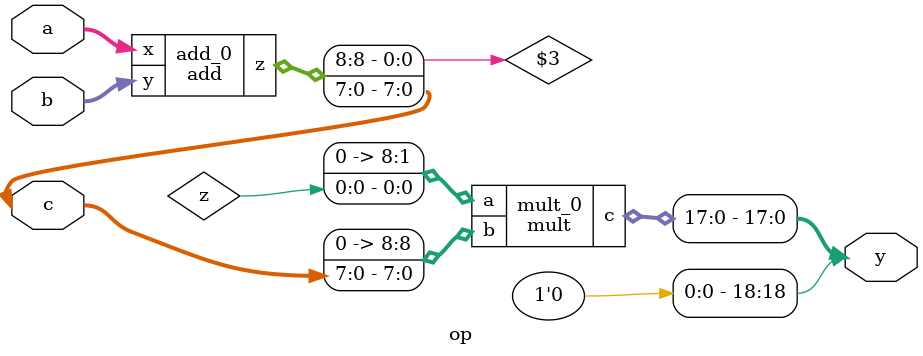
<source format=v>
module add (input [7:0] x, y, output [8:0] z);
  assign z= x+y;
endmodule
//modul inmultire
module mult (input [8:0] a, b, output [17:0] c);
  assign c= a*b;
endmodule
//module care le incld pe toate
    module op (input [7:0] a, b, c, output [18:0] y);
      add add_0 (.x(a), .y(b), .z(c)); //conectam x, y, z
      mult mult_0 (.a(z), .b(c), .c(y));
    endmodule
      
      
      
      
</source>
